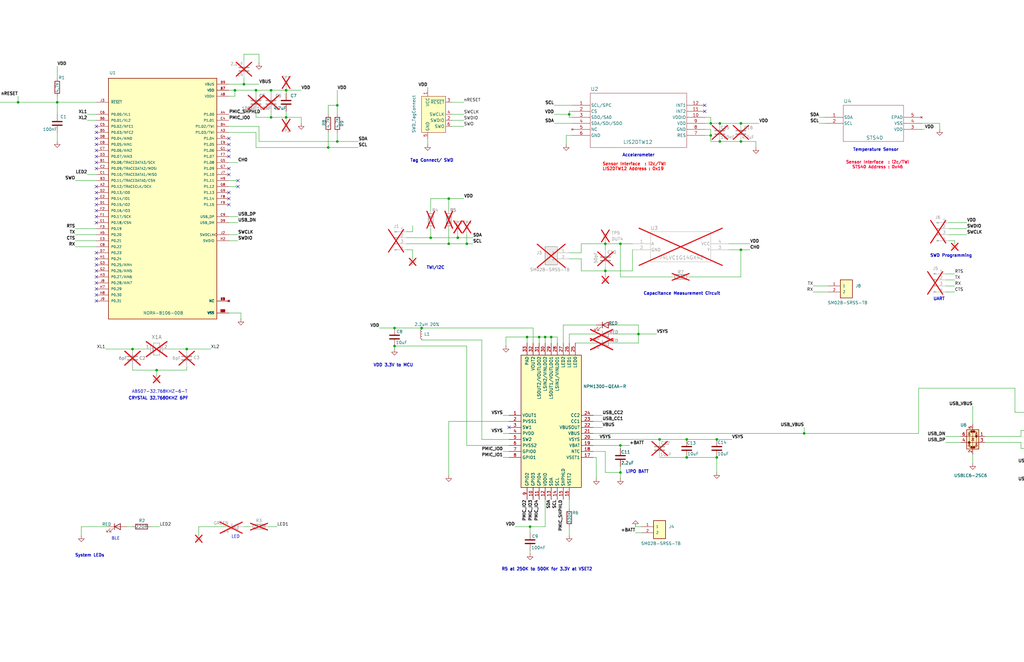
<source format=kicad_sch>
(kicad_sch (version 20231120) (generator "eeschema") (generator_version "8.0")
  (paper "B")
  (junction (at 289.56 185.42))
  (junction (at 440.69 218.44))
  (junction (at 439.42 181.61))
  (junction (at 255.27 114.3))
  (junction (at 227.33 142.24))
  (junction (at 299.72 52.07))
  (junction (at 440.69 213.36))
  (junction (at 138.43 62.23))
  (junction (at 78.74 147.32))
  (junction (at 440.69 223.52))
  (junction (at 339.09 182.88))
  (junction (at 114.3 49.53))
  (junction (at 189.23 83.82))
  (junction (at 261.62 199.39))
  (junction (at 166.37 146.05))
  (junction (at 440.69 173.99))
  (junction (at 193.04 100.33))
  (junction (at 261.62 102.87))
  (junction (at 177.8 138.43))
  (junction (at 196.85 102.87))
  (junction (at 181.61 100.33))
  (junction (at -20.32 43.18))
  (junction (at 302.26 185.42))
  (junction (at 302.26 193.04))
  (junction (at 24.13 43.18))
  (junction (at 312.42 52.07))
  (junction (at 440.69 189.23))
  (junction (at 299.72 57.15))
  (junction (at 312.42 59.69))
  (junction (at 120.65 49.53))
  (junction (at 142.24 59.69))
  (junction (at 222.25 142.24))
  (junction (at 289.56 193.04))
  (junction (at 223.52 222.25))
  (junction (at 7.62 43.18))
  (junction (at 66.04 156.21))
  (junction (at 303.53 59.69))
  (junction (at 255.27 102.87))
  (junction (at 229.87 142.24))
  (junction (at 269.24 140.97))
  (junction (at 102.87 35.56))
  (junction (at 189.23 102.87))
  (junction (at 99.06 38.1))
  (junction (at 440.69 220.98))
  (junction (at 120.65 38.1))
  (junction (at 312.42 105.41))
  (junction (at -1.27 43.18))
  (junction (at 114.3 38.1))
  (junction (at 166.37 138.43))
  (junction (at 303.53 52.07))
  (junction (at 261.62 187.96))
  (junction (at 107.95 38.1))
  (junction (at 440.69 226.06))
  (junction (at 278.13 185.42))
  (junction (at 142.24 44.45))
  (junction (at 240.03 48.26))
  (junction (at 232.41 142.24))
  (junction (at 55.88 147.32))
  (no_connect (at 96.52 60.96))
  (no_connect (at 40.64 60.96))
  (no_connect (at 443.23 198.12))
  (no_connect (at 40.64 127))
  (no_connect (at 40.64 91.44))
  (no_connect (at 96.52 63.5))
  (no_connect (at 40.64 68.58))
  (no_connect (at 40.64 71.12))
  (no_connect (at 96.52 86.36))
  (no_connect (at 40.64 93.98))
  (no_connect (at 443.23 205.74))
  (no_connect (at 40.64 58.42))
  (no_connect (at 40.64 55.88))
  (no_connect (at 40.64 88.9))
  (no_connect (at 40.64 124.46))
  (no_connect (at 40.64 78.74))
  (no_connect (at 40.64 63.5))
  (no_connect (at 40.64 121.92))
  (no_connect (at 40.64 114.3))
  (no_connect (at 297.18 46.99))
  (no_connect (at 100.33 78.74))
  (no_connect (at 214.63 180.34))
  (no_connect (at 96.52 83.82))
  (no_connect (at 40.64 116.84))
  (no_connect (at 40.64 66.04))
  (no_connect (at 40.64 53.34))
  (no_connect (at 297.18 44.45))
  (no_connect (at 40.64 111.76))
  (no_connect (at 96.52 71.12))
  (no_connect (at 96.52 58.42))
  (no_connect (at 40.64 81.28))
  (no_connect (at 96.52 81.28))
  (no_connect (at 100.33 76.2))
  (no_connect (at 96.52 73.66))
  (no_connect (at 40.64 86.36))
  (no_connect (at 96.52 66.04))
  (no_connect (at 40.64 119.38))
  (no_connect (at 40.64 83.82))
  (no_connect (at 40.64 109.22))
  (no_connect (at 40.64 106.68))
  (wire (pts (xy 440.69 182.88) (xy 440.69 189.23)))
  (wire (pts (xy 189.23 83.82) (xy 195.58 83.82)))
  (wire (pts (xy 255.27 199.39) (xy 261.62 199.39)))
  (wire (pts (xy 240.03 106.68) (xy 245.11 106.68)))
  (wire (pts (xy 303.53 59.69) (xy 312.42 59.69)))
  (wire (pts (xy 387.35 182.88) (xy 387.35 163.83)))
  (wire (pts (xy 410.21 171.45) (xy 410.21 179.07)))
  (wire (pts (xy 193.04 100.33) (xy 199.39 100.33)))
  (wire (pts (xy 261.62 116.84) (xy 283.21 116.84)))
  (wire (pts (xy 251.46 140.97) (xy 240.03 140.97)))
  (wire (pts (xy 34.29 222.25) (xy 34.29 226.06)))
  (wire (pts (xy 240.03 46.99) (xy 241.3 46.99)))
  (wire (pts (xy 120.65 49.53) (xy 127 49.53)))
  (wire (pts (xy 439.42 181.61) (xy 430.53 181.61)))
  (wire (pts (xy 120.65 38.1) (xy 120.65 39.37)))
  (wire (pts (xy 120.65 46.99) (xy 120.65 49.53)))
  (wire (pts (xy 440.69 218.44) (xy 440.69 220.98)))
  (wire (pts (xy 318.77 59.69) (xy 318.77 62.23)))
  (wire (pts (xy 342.9 123.19) (xy 349.25 123.19)))
  (wire (pts (xy 250.19 180.34) (xy 254 180.34)))
  (wire (pts (xy 233.68 52.07) (xy 241.3 52.07)))
  (wire (pts (xy 142.24 44.45) (xy 142.24 48.26)))
  (wire (pts (xy 339.09 182.88) (xy 387.35 182.88)))
  (wire (pts (xy 102.87 35.56) (xy 102.87 33.02)))
  (wire (pts (xy 213.36 142.24) (xy 222.25 142.24)))
  (wire (pts (xy 443.23 210.82) (xy 440.69 210.82)))
  (wire (pts (xy 259.08 144.78) (xy 269.24 144.78)))
  (wire (pts (xy 36.83 73.66) (xy 40.64 73.66)))
  (wire (pts (xy 101.6 132.08) (xy 101.6 134.62)))
  (wire (pts (xy 102.87 222.25) (xy 105.41 222.25)))
  (wire (pts (xy 237.49 137.16) (xy 251.46 137.16)))
  (wire (pts (xy 289.56 185.42) (xy 302.26 185.42)))
  (wire (pts (xy 339.09 180.34) (xy 339.09 182.88)))
  (wire (pts (xy 203.2 185.42) (xy 214.63 185.42)))
  (wire (pts (xy 96.52 68.58) (xy 100.33 68.58)))
  (wire (pts (xy 138.43 62.23) (xy 151.13 62.23)))
  (wire (pts (xy 114.3 49.53) (xy 120.65 49.53)))
  (wire (pts (xy 255.27 114.3) (xy 255.27 116.84)))
  (wire (pts (xy 142.24 38.1) (xy 142.24 44.45)))
  (wire (pts (xy 250.19 185.42) (xy 278.13 185.42)))
  (wire (pts (xy 212.09 190.5) (xy 214.63 190.5)))
  (wire (pts (xy 96.52 101.6) (xy 100.33 101.6)))
  (wire (pts (xy 440.69 190.5) (xy 443.23 190.5)))
  (wire (pts (xy 166.37 138.43) (xy 177.8 138.43)))
  (wire (pts (xy 171.45 97.79) (xy 173.99 97.79)))
  (wire (pts (xy 78.74 147.32) (xy 88.9 147.32)))
  (wire (pts (xy 107.95 46.99) (xy 107.95 49.53)))
  (wire (pts (xy 402.59 101.6) (xy 402.59 102.87)))
  (wire (pts (xy 245.11 114.3) (xy 255.27 114.3)))
  (wire (pts (xy 44.45 147.32) (xy 55.88 147.32)))
  (wire (pts (xy 96.52 53.34) (xy 109.22 53.34)))
  (wire (pts (xy 290.83 116.84) (xy 312.42 116.84)))
  (wire (pts (xy 240.03 210.82) (xy 240.03 214.63)))
  (wire (pts (xy 173.99 105.41) (xy 171.45 105.41)))
  (wire (pts (xy -1.27 44.45) (xy -6.35 44.45)))
  (wire (pts (xy 269.24 140.97) (xy 276.86 140.97)))
  (wire (pts (xy 96.52 40.64) (xy 99.06 40.64)))
  (wire (pts (xy 96.52 38.1) (xy 99.06 38.1)))
  (wire (pts (xy 289.56 193.04) (xy 302.26 193.04)))
  (wire (pts (xy 316.23 102.87) (xy 307.34 102.87)))
  (wire (pts (xy 430.53 184.15) (xy 430.53 181.61)))
  (wire (pts (xy 398.78 120.65) (xy 402.59 120.65)))
  (wire (pts (xy 63.5 222.25) (xy 67.31 222.25)))
  (wire (pts (xy 173.99 109.22) (xy 173.99 105.41)))
  (wire (pts (xy 229.87 142.24) (xy 227.33 142.24)))
  (wire (pts (xy 212.09 182.88) (xy 214.63 182.88)))
  (wire (pts (xy 297.18 52.07) (xy 299.72 52.07)))
  (wire (pts (xy -20.32 44.45) (xy -16.51 44.45)))
  (wire (pts (xy 31.75 76.2) (xy 40.64 76.2)))
  (wire (pts (xy 114.3 38.1) (xy 120.65 38.1)))
  (wire (pts (xy 96.52 55.88) (xy 107.95 55.88)))
  (wire (pts (xy 109.22 59.69) (xy 142.24 59.69)))
  (wire (pts (xy 114.3 49.53) (xy 114.3 46.99)))
  (wire (pts (xy 255.27 113.03) (xy 255.27 114.3)))
  (wire (pts (xy 240.03 49.53) (xy 240.03 48.26)))
  (wire (pts (xy 99.06 38.1) (xy 107.95 38.1)))
  (wire (pts (xy 173.99 97.79) (xy 173.99 95.25)))
  (wire (pts (xy 427.99 173.99) (xy 440.69 173.99)))
  (wire (pts (xy 193.04 99.06) (xy 193.04 100.33)))
  (wire (pts (xy 36.83 50.8) (xy 40.64 50.8)))
  (wire (pts (xy 312.42 105.41) (xy 316.23 105.41)))
  (wire (pts (xy 213.36 142.24) (xy 213.36 146.05)))
  (wire (pts (xy 177.8 138.43) (xy 224.79 138.43)))
  (wire (pts (xy 237.49 137.16) (xy 237.49 144.78)))
  (wire (pts (xy 102.87 35.56) (xy 109.22 35.56)))
  (wire (pts (xy 400.05 96.52) (xy 407.67 96.52)))
  (wire (pts (xy 212.09 193.04) (xy 214.63 193.04)))
  (wire (pts (xy 238.76 57.15) (xy 241.3 57.15)))
  (wire (pts (xy 245.11 109.22) (xy 245.11 114.3)))
  (wire (pts (xy 261.62 199.39) (xy 261.62 201.93)))
  (wire (pts (xy 196.85 99.06) (xy 196.85 102.87)))
  (wire (pts (xy 24.13 40.64) (xy 24.13 43.18)))
  (wire (pts (xy 189.23 102.87) (xy 196.85 102.87)))
  (wire (pts (xy 107.95 38.1) (xy 107.95 39.37)))
  (wire (pts (xy 171.45 102.87) (xy 189.23 102.87)))
  (wire (pts (xy -1.27 43.18) (xy 7.62 43.18)))
  (wire (pts (xy 443.23 182.88) (xy 440.69 182.88)))
  (wire (pts (xy 224.79 138.43) (xy 224.79 144.78)))
  (wire (pts (xy 312.42 105.41) (xy 307.34 105.41)))
  (wire (pts (xy 297.18 49.53) (xy 299.72 49.53)))
  (wire (pts (xy 240.03 48.26) (xy 240.03 46.99)))
  (wire (pts (xy 430.53 189.23) (xy 430.53 186.69)))
  (wire (pts (xy 166.37 146.05) (xy 166.37 147.32)))
  (wire (pts (xy -27.94 43.18) (xy -20.32 43.18)))
  (wire (pts (xy 250.19 193.04) (xy 251.46 193.04)))
  (wire (pts (xy 99.06 38.1) (xy 99.06 40.64)))
  (wire (pts (xy 113.03 222.25) (xy 116.84 222.25)))
  (wire (pts (xy 250.19 177.8) (xy 254 177.8)))
  (wire (pts (xy 107.95 38.1) (xy 114.3 38.1)))
  (wire (pts (xy 181.61 83.82) (xy 189.23 83.82)))
  (wire (pts (xy 269.24 137.16) (xy 269.24 140.97)))
  (wire (pts (xy 31.75 96.52) (xy 40.64 96.52)))
  (wire (pts (xy 109.22 26.67) (xy 109.22 22.86)))
  (wire (pts (xy 232.41 142.24) (xy 232.41 144.78)))
  (wire (pts (xy -1.27 41.91) (xy -1.27 43.18)))
  (wire (pts (xy 114.3 38.1) (xy 114.3 39.37)))
  (wire (pts (xy 342.9 120.65) (xy 349.25 120.65)))
  (wire (pts (xy 96.52 99.06) (xy 100.33 99.06)))
  (wire (pts (xy 189.23 96.52) (xy 189.23 102.87)))
  (wire (pts (xy 440.69 213.36) (xy 443.23 213.36)))
  (wire (pts (xy 229.87 142.24) (xy 229.87 144.78)))
  (wire (pts (xy 440.69 189.23) (xy 440.69 190.5)))
  (wire (pts (xy 223.52 233.68) (xy 223.52 232.41)))
  (wire (pts (xy 443.23 187.96) (xy 439.42 187.96)))
  (wire (pts (xy 96.52 76.2) (xy 100.33 76.2)))
  (wire (pts (xy 160.02 138.43) (xy 166.37 138.43)))
  (wire (pts (xy 31.75 104.14) (xy 40.64 104.14)))
  (wire (pts (xy 387.35 163.83) (xy 427.99 163.83)))
  (wire (pts (xy 267.97 224.79) (xy 270.51 224.79)))
  (wire (pts (xy 299.72 59.69) (xy 303.53 59.69)))
  (wire (pts (xy 180.34 58.42) (xy 180.34 60.96)))
  (wire (pts (xy 443.23 180.34) (xy 439.42 180.34)))
  (wire (pts (xy 255.27 114.3) (xy 266.7 114.3)))
  (wire (pts (xy 234.95 142.24) (xy 232.41 142.24)))
  (wire (pts (xy 303.53 52.07) (xy 312.42 52.07)))
  (wire (pts (xy 171.45 100.33) (xy 181.61 100.33)))
  (wire (pts (xy 259.08 137.16) (xy 269.24 137.16)))
  (wire (pts (xy 443.23 223.52) (xy 440.69 223.52)))
  (wire (pts (xy 261.62 102.87) (xy 261.62 116.84)))
  (wire (pts (xy 180.34 36.83) (xy 180.34 38.1)))
  (wire (pts (xy 443.23 218.44) (xy 440.69 218.44)))
  (wire (pts (xy 66.04 156.21) (xy 78.74 156.21)))
  (wire (pts (xy 71.12 147.32) (xy 78.74 147.32)))
  (wire (pts (xy 107.95 62.23) (xy 107.95 55.88)))
  (wire (pts (xy 302.26 193.04) (xy 302.26 199.39)))
  (wire (pts (xy 177.8 143.51) (xy 203.2 143.51)))
  (wire (pts (xy 142.24 55.88) (xy 142.24 59.69)))
  (wire (pts (xy 297.18 57.15) (xy 299.72 57.15)))
  (wire (pts (xy 55.88 147.32) (xy 60.96 147.32)))
  (wire (pts (xy 320.04 52.07) (xy 312.42 52.07)))
  (wire (pts (xy 266.7 114.3) (xy 266.7 105.41)))
  (wire (pts (xy 250.19 182.88) (xy 339.09 182.88)))
  (wire (pts (xy 83.82 222.25) (xy 83.82 226.06)))
  (wire (pts (xy 255.27 190.5) (xy 255.27 199.39)))
  (wire (pts (xy 443.23 172.72) (xy 440.69 172.72)))
  (wire (pts (xy 278.13 193.04) (xy 289.56 193.04)))
  (wire (pts (xy -1.27 43.18) (xy -1.27 44.45)))
  (wire (pts (xy 109.22 59.69) (xy 109.22 53.34)))
  (wire (pts (xy 233.68 44.45) (xy 241.3 44.45)))
  (wire (pts (xy 440.69 173.99) (xy 440.69 175.26)))
  (wire (pts (xy 181.61 88.9) (xy 181.61 83.82)))
  (wire (pts (xy 190.5 43.18) (xy 195.58 43.18)))
  (wire (pts (xy 440.69 223.52) (xy 440.69 226.06)))
  (wire (pts (xy 240.03 222.25) (xy 240.03 226.06)))
  (wire (pts (xy 203.2 143.51) (xy 203.2 185.42)))
  (wire (pts (xy 438.15 195.58) (xy 443.23 195.58)))
  (wire (pts (xy 278.13 185.42) (xy 289.56 185.42)))
  (wire (pts (xy -27.94 43.18) (xy -27.94 45.72)))
  (wire (pts (xy 189.23 83.82) (xy 189.23 88.9)))
  (wire (pts (xy 259.08 140.97) (xy 269.24 140.97)))
  (wire (pts (xy 312.42 59.69) (xy 318.77 59.69)))
  (wire (pts (xy 138.43 44.45) (xy 142.24 44.45)))
  (wire (pts (xy 299.72 59.69) (xy 299.72 57.15)))
  (wire (pts (xy 217.17 222.25) (xy 223.52 222.25)))
  (wire (pts (xy 36.83 48.26) (xy 40.64 48.26)))
  (wire (pts (xy 251.46 193.04) (xy 251.46 201.93)))
  (wire (pts (xy 440.69 210.82) (xy 440.69 213.36)))
  (wire (pts (xy 443.23 220.98) (xy 440.69 220.98)))
  (wire (pts (xy 398.78 118.11) (xy 402.59 118.11)))
  (wire (pts (xy 388.62 52.07) (xy 396.24 52.07)))
  (wire (pts (xy 127 38.1) (xy 120.65 38.1)))
  (wire (pts (xy 55.88 156.21) (xy 66.04 156.21)))
  (wire (pts (xy 24.13 55.88) (xy 24.13 59.69)))
  (wire (pts (xy 302.26 185.42) (xy 308.61 185.42)))
  (wire (pts (xy 107.95 49.53) (xy 114.3 49.53)))
  (wire (pts (xy 396.24 52.07) (xy 396.24 54.61)))
  (wire (pts (xy 250.19 187.96) (xy 261.62 187.96)))
  (wire (pts (xy 427.99 163.83) (xy 427.99 173.99)))
  (wire (pts (xy 261.62 187.96) (xy 261.62 189.23)))
  (wire (pts (xy 234.95 144.78) (xy 234.95 142.24)))
  (wire (pts (xy 400.05 101.6) (xy 402.59 101.6)))
  (wire (pts (xy 107.95 62.23) (xy 138.43 62.23)))
  (wire (pts (xy 312.42 116.84) (xy 312.42 105.41)))
  (wire (pts (xy 24.13 43.18) (xy 40.64 43.18)))
  (wire (pts (xy 269.24 144.78) (xy 269.24 140.97)))
  (wire (pts (xy 223.52 222.25) (xy 223.52 224.79)))
  (wire (pts (xy 232.41 142.24) (xy 229.87 142.24)))
  (wire (pts (xy 96.52 132.08) (xy 101.6 132.08)))
  (wire (pts (xy 189.23 177.8) (xy 189.23 200.66)))
  (wire (pts (xy 166.37 146.05) (xy 196.85 146.05)))
  (wire (pts (xy 400.05 93.98) (xy 407.67 93.98)))
  (wire (pts (xy 250.19 190.5) (xy 255.27 190.5)))
  (wire (pts (xy 229.87 210.82) (xy 229.87 222.25)))
  (wire (pts (xy 96.52 35.56) (xy 102.87 35.56)))
  (wire (pts (xy -20.32 43.18) (xy -20.32 44.45)))
  (wire (pts (xy 415.29 184.15) (xy 430.53 184.15)))
  (wire (pts (xy 190.5 48.26) (xy 195.58 48.26)))
  (wire (pts (xy 138.43 55.88) (xy 138.43 62.23)))
  (wire (pts (xy 24.13 43.18) (xy 24.13 48.26)))
  (wire (pts (xy 440.69 213.36) (xy 440.69 218.44)))
  (wire (pts (xy 405.13 184.15) (xy 398.78 184.15)))
  (wire (pts (xy 24.13 27.94) (xy 24.13 33.02)))
  (wire (pts (xy 233.68 48.26) (xy 240.03 48.26)))
  (wire (pts (xy 190.5 53.34) (xy 195.58 53.34)))
  (wire (pts (xy 299.72 54.61) (xy 299.72 57.15)))
  (wire (pts (xy 96.52 93.98) (xy 100.33 93.98)))
  (wire (pts (xy 83.82 222.25) (xy 95.25 222.25)))
  (wire (pts (xy -20.32 41.91) (xy -20.32 43.18)))
  (wire (pts (xy 190.5 50.8) (xy 195.58 50.8)))
  (wire (pts (xy 66.04 158.75) (xy 66.04 156.21)))
  (wire (pts (xy 96.52 78.74) (xy 100.33 78.74)))
  (wire (pts (xy 345.44 52.07) (xy 347.98 52.07)))
  (wire (pts (xy 142.24 59.69) (xy 151.13 59.69)))
  (wire (pts (xy 410.21 191.77) (xy 410.21 195.58)))
  (wire (pts (xy 440.69 226.06) (xy 440.69 229.87)))
  (wire (pts (xy 430.53 186.69) (xy 415.29 186.69)))
  (wire (pts (xy 53.34 222.25) (xy 55.88 222.25)))
  (wire (pts (xy 196.85 146.05) (xy 196.85 187.96)))
  (wire (pts (xy 255.27 105.41) (xy 255.27 102.87)))
  (wire (pts (xy 55.88 154.94) (xy 55.88 156.21)))
  (wire (pts (xy 240.03 109.22) (xy 245.11 109.22)))
  (wire (pts (xy 389.89 54.61) (xy 388.62 54.61)))
  (wire (pts (xy 299.72 54.61) (xy 297.18 54.61)))
  (wire (pts (xy 398.78 123.19) (xy 402.59 123.19)))
  (wire (pts (xy 212.09 175.26) (xy 214.63 175.26)))
  (wire (pts (xy 222.25 142.24) (xy 227.33 142.24)))
  (wire (pts (xy 102.87 22.86) (xy 102.87 25.4)))
  (wire (pts (xy 242.57 144.78) (xy 251.46 144.78)))
  (wire (pts (xy 405.13 186.69) (xy 398.78 186.69)))
  (wire (pts (xy 34.29 222.25) (xy 45.72 222.25)))
  (wire (pts (xy 109.22 22.86) (xy 102.87 22.86)))
  (wire (pts (xy 78.74 154.94) (xy 78.74 156.21)))
  (wire (pts (xy 138.43 48.26) (xy 138.43 44.45)))
  (wire (pts (xy 7.62 43.18) (xy 24.13 43.18)))
  (wire (pts (xy 96.52 91.44) (xy 100.33 91.44)))
  (wire (pts (xy 31.75 101.6) (xy 40.64 101.6)))
  (wire (pts (xy 245.11 106.68) (xy 245.11 102.87)))
  (wire (pts (xy 181.61 100.33) (xy 193.04 100.33)))
  (wire (pts (xy 440.69 226.06) (xy 443.23 226.06)))
  (wire (pts (xy 31.75 99.06) (xy 40.64 99.06)))
  (wire (pts (xy 189.23 177.8) (xy 214.63 177.8)))
  (wire (pts (xy 222.25 142.24) (xy 222.25 144.78)))
  (wire (pts (xy 345.44 49.53) (xy 347.98 49.53)))
  (wire (pts (xy -6.35 41.91) (xy -1.27 41.91)))
  (wire (pts (xy -16.51 41.91) (xy -20.32 41.91)))
  (wire (pts (xy 440.69 220.98) (xy 440.69 223.52)))
  (wire (pts (xy 440.69 189.23) (xy 430.53 189.23)))
  (wire (pts (xy 261.62 102.87) (xy 266.7 102.87)))
  (wire (pts (xy 181.61 96.52) (xy 181.61 100.33)))
  (wire (pts (xy 400.05 99.06) (xy 407.67 99.06)))
  (wire (pts (xy 299.72 49.53) (xy 299.72 52.07)))
  (wire (pts (xy 267.97 222.25) (xy 270.51 222.25)))
  (wire (pts (xy 299.72 52.07) (xy 303.53 52.07)))
  (wire (pts (xy 261.62 199.39) (xy 261.62 196.85)))
  (wire (pts (xy 241.3 49.53) (xy 240.03 49.53)))
  (wire (pts (xy 196.85 187.96) (xy 214.63 187.96)))
  (wire (pts (xy 227.33 142.24) (xy 227.33 144.78)))
  (wire (pts (xy 440.69 175.26) (xy 443.23 175.26)))
  (wire (pts (xy 245.11 102.87) (xy 255.27 102.87)))
  (wire (pts (xy 240.03 140.97) (xy 240.03 144.78)))
  (wire (pts (xy 398.78 115.57) (xy 402.59 115.57)))
  (wire (pts (xy 439.42 181.61) (xy 439.42 180.34)))
  (wire (pts (xy 261.62 187.96) (xy 265.43 187.96)))
  (wire (pts (xy 229.87 222.25) (xy 223.52 222.25)))
  (wire (pts (xy 127 49.53) (xy 127 52.07)))
  (wire (pts (xy 438.15 203.2) (xy 443.23 203.2)))
  (wire (pts (xy 7.62 40.64) (xy 7.62 43.18)))
  (wire (pts (xy 238.76 57.15) (xy 238.76 60.96)))
  (wire (pts (xy 440.69 172.72) (xy 440.69 173.99)))
  (wire (pts (xy 250.19 175.26) (xy 254 175.26)))
  (wire (pts (xy 255.27 102.87) (xy 261.62 102.87)))
  (wire (pts (xy 196.85 102.87) (xy 199.39 102.87)))
  (wire (pts (xy 439.42 187.96) (xy 439.42 181.61)))
  (text "SWD Programming\n" (at 401.066 107.95 0) (effects (font (size 1.27 1.27) (thickness 0.254) (bold yes))))
  (text "UART" (at 395.986 126.238 0) (effects (font (size 1.27 1.27) (thickness 0.254) (bold yes))))
  (text "Sensor Interface  : i2c/TWI\nSTS40 Address : 0x46" (at 370.078 69.596 0) (effects (font (size 1.27 1.27) (thickness 0.254) (bold yes))))
  (text "Sensor Interface  : i2c/TWI\nLIS2DTW12 Address : 0x19\n\n" (exclude_from_sim yes) (at 254 71.374 0) (effects (font (size 1.27 1.27) (thickness 0.254) (bold yes)) (justify left)))
  (text "LiPO BATT" (exclude_from_sim yes) (at 268.732 199.136 0) (effects (font (size 1.27 1.27) (thickness 0.254) (bold yes))))
  (text "LED\n" (at 99.314 226.568 0) (effects (font (size 1.27 1.27))))
  (text "BLE" (at 48.768 227.33 0) (effects (font (size 1.27 1.27))))
  (text "Tag Connect/ SWD\n\n" (at 182.118 68.834 0) (effects (font (size 1.27 1.27) (thickness 0.254) (bold yes))))
  (text "CRYSTAL 32.7680KHZ 6PF" (at 66.802 168.148 0) (effects (font (size 1.27 1.27) (thickness 0.254) (bold yes))))
  (text "Temperature Sensor\n" (at 369.316 63.246 0) (effects (font (size 1.27 1.27) (thickness 0.254) (bold yes))))
  (text "Capacitance Measurement Circuit" (at 287.528 123.952 0) (effects (font (size 1.27 1.27) (thickness 0.254) (bold yes))))
  (text "System LEDs" (at 37.846 234.442 0) (effects (font (size 1.27 1.27) (thickness 0.254) (bold yes))))
  (text "R5 at 250K to 500K for 3.3V at VSET2\n\n " (at 230.632 242.316 0) (effects (font (size 1.27 1.27) (thickness 0.254) (bold yes))))
  (text "Accelerometer" (at 269.24 65.532 0) (effects (font (size 1.27 1.27) (thickness 0.254) (bold yes))))
  (text "ABS07-32.768KHZ-6-T" (at 67.31 165.354 0) (effects (font (size 1.27 1.27) (thickness 0.1588))))
  (text "VDD 3.3V to MCU\n" (at 165.862 154.178 0) (effects (font (size 1.27 1.27) (thickness 0.254) (bold yes))))
  (text "TWI/I2C\n" (at 183.642 113.03 0) (effects (font (size 1.27 1.27) (thickness 0.254) (bold yes))))
  (label "RX" (at 402.59 120.65 0))
  (label "VBUS" (at 109.22 35.56 0) (effects (font (thickness 0.254) (bold yes))))
  (label "USB_DN" (at 100.33 93.98 0) (effects (font (thickness 0.254) (bold yes))))
  (label "LED2" (at 36.83 73.66 180) (effects (font (thickness 0.254) (bold yes))))
  (label "VDD" (at 407.67 93.98 0) (effects (font (thickness 0.254) (bold yes))))
  (label "USB_VBUS" (at 339.09 180.34 180) (effects (font (thickness 0.254) (bold yes))))
  (label "VBUS" (at 254 180.34 0) (effects (font (thickness 0.254) (bold yes))))
  (label "PMIC_IO0" (at 96.52 50.8 0) (effects (font (thickness 0.254) (bold yes))))
  (label "PMIC_SHPHLD" (at 96.52 48.26 0) (effects (font (thickness 0.254) (bold yes))))
  (label "nRESET" (at 7.62 40.64 180) (effects (font (thickness 0.254) (bold yes))))
  (label "SCL" (at 233.68 44.45 180) (effects (font (thickness 0.254) (bold yes))))
  (label "PMIC_SHPHLD" (at 237.49 210.82 270) (effects (font (thickness 0.254) (bold yes))))
  (label "XL1" (at 44.45 147.32 180))
  (label "VSYS" (at 212.09 175.26 180) (effects (font (thickness 0.254) (bold yes))))
  (label "SDA" (at 345.44 49.53 180) (effects (font (thickness 0.254) (bold yes))))
  (label "VDD" (at 24.13 27.94 0) (effects (font (thickness 0.254) (bold yes))))
  (label "USB_VBUS" (at 410.21 171.45 180) (effects (font (thickness 0.254) (bold yes))))
  (label "VSYS" (at 276.86 140.97 0) (effects (font (thickness 0.254) (bold yes))))
  (label "SWDIO" (at 100.33 101.6 0) (effects (font (thickness 0.254) (bold yes))))
  (label "XL2" (at 36.83 50.8 180) (effects (font (thickness 0.254) (bold yes))))
  (label "SCL" (at 345.44 52.07 180) (effects (font (thickness 0.254) (bold yes))))
  (label "TX" (at 342.9 120.65 180))
  (label "SWO" (at 195.58 53.34 0))
  (label "SCL" (at 151.13 62.23 0) (effects (font (thickness 0.254) (bold yes))))
  (label "SDA" (at 232.41 210.82 270) (effects (font (thickness 0.254) (bold yes))))
  (label "PMIC_IO2" (at 222.25 210.82 270) (effects (font (thickness 0.254) (bold yes))))
  (label "VDD" (at 389.89 54.61 0) (effects (font (thickness 0.254) (bold yes))))
  (label "LED2" (at 67.31 222.25 0))
  (label "PMIC_IO3" (at 224.79 210.82 270) (effects (font (thickness 0.254) (bold yes))))
  (label "SDA" (at 233.68 52.07 180) (effects (font (thickness 0.254) (bold yes))))
  (label "RTS" (at 402.59 115.57 0))
  (label "VDD" (at 195.58 83.82 0) (effects (font (thickness 0.254) (bold yes))))
  (label "RTS" (at 31.75 96.52 180) (effects (font (thickness 0.254) (bold yes))))
  (label "CTS" (at 31.75 101.6 180) (effects (font (thickness 0.254) (bold yes))))
  (label "SWDIO" (at 407.67 96.52 0) (effects (font (thickness 0.254) (bold yes))))
  (label "LED1" (at 116.84 222.25 0))
  (label "VSYS" (at 252.73 185.42 0) (effects (font (thickness 0.254) (bold yes))))
  (label "USB_DN" (at 398.78 184.15 180) (effects (font (thickness 0.254) (bold yes))))
  (label "XL1" (at 36.83 48.26 180) (effects (font (thickness 0.254) (bold yes))))
  (label "VDD" (at 217.17 222.25 180) (effects (font (thickness 0.254) (bold yes))))
  (label "SDA" (at 151.13 59.69 0) (effects (font (thickness 0.254) (bold yes))))
  (label "VDD" (at 316.23 102.87 0) (effects (font (thickness 0.254) (bold yes))))
  (label "SWCLK" (at 100.33 99.06 0) (effects (font (thickness 0.254) (bold yes))))
  (label "VDD" (at 127 38.1 0) (effects (font (thickness 0.254) (bold yes))))
  (label "VDD" (at 160.02 138.43 180) (effects (font (thickness 0.254) (bold yes))))
  (label "SCL" (at 234.95 210.82 270) (effects (font (thickness 0.254) (bold yes))))
  (label "USB_CC2" (at 438.15 203.2 180) (effects (font (thickness 0.254) (bold yes))))
  (label "+BATT" (at 265.43 187.96 0) (effects (font (thickness 0.254) (bold yes))))
  (label "PMIC_IO0" (at 212.09 190.5 180) (effects (font (thickness 0.254) (bold yes))))
  (label "USB_DP" (at 398.78 186.69 180) (effects (font (thickness 0.254) (bold yes))))
  (label "CTS" (at 402.59 123.19 0))
  (label "VDD" (at 233.68 48.26 180) (effects (font (thickness 0.254) (bold yes))))
  (label "PMIC_IO4" (at 227.33 210.82 270) (effects (font (thickness 0.254) (bold yes))))
  (label "nRESET" (at 195.58 43.18 0))
  (label "+BATT" (at 267.97 224.79 180) (effects (font (thickness 0.254) (bold yes))))
  (label "VDD" (at 320.04 52.07 0) (effects (font (thickness 0.254) (bold yes))))
  (label "CH0" (at 316.23 105.41 0) (effects (font (thickness 0.254) (bold yes))))
  (label "USB_CC1" (at 438.15 195.58 180) (effects (font (thickness 0.254) (bold yes))))
  (label "CH0" (at 100.33 68.58 0) (effects (font (thickness 0.254) (bold yes))))
  (label "TX" (at 31.75 99.06 180) (effects (font (thickness 0.254) (bold yes))))
  (label "SDA" (at 199.39 100.33 0) (effects (font (thickness 0.254) (bold yes))))
  (label "VDD" (at 142.24 38.1 0) (effects (font (thickness 0.254) (bold yes))))
  (label "USB_CC2" (at 254 175.26 0) (effects (font (thickness 0.254) (bold yes))))
  (label "SWCLK" (at 195.58 48.26 0))
  (label "USB_DP" (at 100.33 91.44 0) (effects (font (thickness 0.254) (bold yes))))
  (label "SCL" (at 199.39 102.87 0) (effects (font (thickness 0.254) (bold yes))))
  (label "RX" (at 31.75 104.14 180) (effects (font (thickness 0.254) (bold yes))))
  (label "SWO" (at 31.75 76.2 180) (effects (font (thickness 0.254) (bold yes))))
  (label "SWCLK" (at 407.67 99.06 0) (effects (font (thickness 0.254) (bold yes))))
  (label "SWDIO" (at 195.58 50.8 0))
  (label "VDD" (at 180.34 36.83 180) (effects (font (thickness 0.254) (bold yes))))
  (label "VSYS" (at 212.09 182.88 180) (effects (font (thickness 0.254) (bold yes))))
  (label "TX" (at 402.59 118.11 0))
  (label "USB_CC1" (at 254 177.8 0) (effects (font (thickness 0.254) (bold yes))))
  (label "XL2" (at 88.9 147.32 0))
  (label "RX" (at 342.9 123.19 180))
  (label "VSYS" (at 308.61 185.42 0) (effects (font (thickness 0.254) (bold yes))))
  (label "PMIC_IO1" (at 212.09 193.04 180) (effects (font (thickness 0.254) (bold yes))))
  (symbol (lib_id "power:GND") (at 166.37 147.32 0) (unit 1)
    (property "Reference" "#PWR09" (effects (hide yes)))
    (property "Value" "GND" (effects (hide yes)))
    (property "Description" "Power symbol creates a global label with name \"GND\" , ground" (effects (hide yes)))
  )
  (symbol (lib_id "Device:R") (at 59.69 222.25 90) (unit 1)
    (property "Reference" "R2" (at 61.214 219.71 90) (effects (justify left)))
    (property "Value" "220R" (at 62.23 222.25 90) (effects (justify left)))
    (property "Footprint" "Resistor_SMD:R_0603_1608Metric" (effects (hide yes)))
    (property "Description" "Resistor" (effects (hide yes)))
  )
  (symbol (lib_id "power:GND") (at 173.99 109.22 0) (unit 1) (on_board no) (dnp yes)
    (property "Reference" "#PWR010" (effects (hide yes)))
    (property "Value" "GND" (effects (hide yes)))
    (property "Description" "Power symbol creates a global label with name \"GND\" , ground" (effects (hide yes)))
  )
  (symbol (lib_id "Project_Work:UJ20-C-H-G-SMT-P16-TR") (at 455.93 193.04 0) (mirror y) (unit 1)
    (property "Reference" "J9" (at 455.93 165.1 0))
    (property "Value" "UJ20-C-H-G-SMT-P16-TR" (at 455.93 167.64 0))
    (property "Footprint" "Project_Work:SAMESKY_UJ20-C-H-G-SMT-P16-TR-USBC-FEMALE" (effects (hide yes)))
    (property "PARTREV" "1.0" (effects (hide yes)))
    (property "STANDARD" "Manufacturer Recommendations" (effects (hide yes)))
    (property "MAXIMUM_PACKAGE_HEIGHT" "3.36mm" (effects (hide yes)))
    (property "MANUFACTURER" "Same Sky" (effects (hide yes)))
  )
  (symbol (lib_id "Project_Work:NPM1300-QEAA-R") (at 214.63 175.26 0) (unit 1)
    (property "Reference" "IC1" (effects (hide yes)))
    (property "Value" "NPM1300-QEAA-R" (at 255.016 163.068 0))
    (property "Footprint" "Project_Work:NPM1300" (effects (hide yes)))
    (property "Datasheet" "https://infocenter.nordicsemi.com/index.jsp?topic=%2Fstruct_pmic%2Fstruct%2Fnpm1300.html" (effects (hide yes)))
    (property "Description" "Power Management IC (PMIC) with battery charging, accurate fuel gauging and advanced system management features." (effects (hide yes)))
    (property "Height" "0.9" (effects (hide yes)))
    (property "Manufacturer_Name" "Nordic Semiconductor" (effects (hide yes)))
    (property "Manufacturer_Part_Number" "NPM1300-QEAA-R" (effects (hide yes)))
    (property "Mouser Part Number" "949-NPM1300-QEAA-R" (effects (hide yes)))
    (property "Mouser Price/Stock" "https://www.mouser.co.uk/ProductDetail/Nordic-Semiconductor/nPM1300-QEAA-R?qs=3pZoU%2F6IRTiFavqFmjPoaw%3D%3D" (effects (hide yes)))
    (property "Arrow Part Number" "NPM1300-QEAA-R" (effects (hide yes)))
    (property "Arrow Price/Stock" "https://www.arrow.com/en/products/npm1300-qeaa-r/nordic-semiconductor?region=nac" (effects (hide yes)))
  )
  (symbol (lib_id "Connector:TestPoint") (at 255.27 102.87 0) (unit 1) (on_board no) (dnp yes)
    (property "Reference" "TP5" (at 257.81 98.2979 0) (effects (justify left)))
    (property "Value" "DUT4" (at 257.81 100.8379 0) (effects (justify left)))
    (property "Footprint" "TestPoint:TestPoint_Pad_1.0x1.0mm" (effects (hide yes)))
    (property "Description" "test point" (effects (hide yes)))
  )
  (symbol (lib_id "power:GND") (at 240.03 226.06 0) (unit 1)
    (property "Reference" "#PWR016" (effects (hide yes)))
    (property "Value" "GND" (effects (hide yes)))
    (property "Description" "Power symbol creates a global label with name \"GND\" , ground" (effects (hide yes)))
  )
  (symbol (lib_id "Project_Work:ABS07-32.768KHZ-6-T") (at 60.96 147.32 0) (unit 1) (on_board no) (dnp yes)
    (property "Reference" "X1" (at 66.04 142.24 0) (effects (font (size 1.524 1.524))))
    (property "Value" "ABS07-32.768KHZ-6-T" (effects (hide yes)))
    (property "Footprint" "Project_Work:XTAL_ABS07_ABR" (effects (hide yes)))
    (property "Datasheet" "ABS07-32.768KHZ-6-T" (effects (hide yes)))
  )
  (symbol (lib_id "Device:C") (at 78.74 151.13 0) (unit 1) (on_board no) (dnp yes)
    (property "Reference" "C3" (at 81.534 150.876 0) (effects (justify left)))
    (property "Value" "6pF" (at 72.644 151.13 0) (effects (justify left)))
    (property "Footprint" "Capacitor_SMD:C_0603_1608Metric" (effects (hide yes)))
    (property "Description" "Unpolarized capacitor" (effects (hide yes)))
  )
  (symbol (lib_id "power:GND") (at 410.21 195.58 0) (mirror y) (unit 1)
    (property "Reference" "#PWR027" (effects (hide yes)))
    (property "Value" "GND" (effects (hide yes)))
    (property "Description" "Power symbol creates a global label with name \"GND\" , ground" (effects (hide yes)))
  )
  (symbol (lib_id "power:GND") (at 180.34 60.96 0) (unit 1)
    (property "Reference" "#PWR011" (effects (hide yes)))
    (property "Value" "GND" (effects (hide yes)))
    (property "Description" "Power symbol creates a global label with name \"GND\" , ground" (effects (hide yes)))
  )
  (symbol (lib_id "Device:C") (at 107.95 43.18 0) (unit 1) (on_board no) (dnp yes)
    (property "Reference" "C5" (at 109.22 40.386 0) (effects (justify left)))
    (property "Value" "100nF" (at 101.854 45.72 0) (effects (justify left)))
    (property "Footprint" "Capacitor_SMD:C_0603_1608Metric" (effects (hide yes)))
    (property "Description" "Unpolarized capacitor" (effects (hide yes)))
  )
  (symbol (lib_id "Device:C") (at 261.62 193.04 0) (unit 1)
    (property "Reference" "C11" (at 261.874 190.754 0) (effects (justify left)))
    (property "Value" "2.2uF" (at 261.874 195.326 0) (effects (justify left)))
    (property "Footprint" "Capacitor_SMD:C_0603_1608Metric" (effects (hide yes)))
    (property "Description" "Unpolarized capacitor" (effects (hide yes)))
  )
  (symbol (lib_id "Connector:Conn_ARM_SWD_TagConnect_TC2030-NL") (at 182.88 48.26 0) (unit 1) (in_bom no)
    (property "Reference" "J2" (effects (hide yes)))
    (property "Value" "SWD_TagConnect" (at 174.498 40.132 90) (effects (justify right)))
    (property "Footprint" "Connector:Tag-Connect_TC2030-IDC-NL_2x03_P1.27mm_Vertical" (effects (hide yes)))
    (property "Datasheet" "https://www.tag-connect.com/wp-content/uploads/bsk-pdf-manager/TC2030-CTX_1.pdf" (effects (hide yes)))
    (property "Description" "Tag-Connect ARM Cortex SWD JTAG connector, 6 pin, no legs" (effects (hide yes)))
  )
  (symbol (lib_id "Device:C") (at 312.42 55.88 0) (unit 1) (on_board no) (dnp yes)
    (property "Reference" "C16" (at 313.69 53.848 0) (effects (justify left)))
    (property "Value" "4.7uF" (at 312.674 57.912 0) (effects (justify left)))
    (property "Footprint" "Capacitor_SMD:C_0603_1608Metric" (effects (hide yes)))
    (property "Description" "Unpolarized capacitor" (effects (hide yes)))
  )
  (symbol (lib_id "Project_Work:STS40-CD1B-R3") (at 347.98 49.53 0) (unit 1)
    (property "Reference" "U4" (at 357.378 42.672 0) (effects (font (size 1.524 1.524))))
    (property "Value" "STS40" (at 368.808 58.166 0) (effects (font (size 1.524 1.524))))
    (property "Footprint" "Project_Work:STS40" (effects (hide yes)))
    (property "Datasheet" "STS40-CD1B-R3" (effects (hide yes)))
  )
  (symbol (lib_id "power:GND") (at 127 52.07 0) (unit 1)
    (property "Reference" "#PWR08" (effects (hide yes)))
    (property "Value" "GND" (effects (hide yes)))
    (property "Description" "Power symbol creates a global label with name \"GND\" , ground" (effects (hide yes)))
  )
  (symbol (lib_id "Device:LED") (at 49.53 222.25 0) (unit 1)
    (property "Reference" "D1" (effects (hide yes)))
    (property "Value" "RED" (at 44.958 221.234 0))
    (property "Footprint" "LED_SMD:LED_0603_1608Metric" (effects (hide yes)))
    (property "Description" "Light emitting diode" (effects (hide yes)))
  )
  (symbol (lib_id "Connector:TestPoint") (at 193.04 99.06 0) (unit 1) (on_board no) (dnp yes)
    (property "Reference" "TP3" (at 193.04 93.98 0))
    (property "Value" "TestPoint" (effects (hide yes)))
    (property "Footprint" "TestPoint:TestPoint_Pad_D1.5mm" (effects (hide yes)))
    (property "Description" "test point" (effects (hide yes)))
  )
  (symbol (lib_id "Project_Work:SM02B-SRSS-TB_LF__SN_") (at 270.51 227.33 0) (unit 1)
    (property "Reference" "J4" (at 281.94 222.2499 0) (effects (justify left)))
    (property "Value" "SM02B-SRSS-TB" (at 270.256 229.362 0) (effects (justify left)))
    (property "Footprint" "Project_Work:SM02B-SRSS-TB" (effects (hide yes)))
    (property "Description" "SH Series 2 Position 1 mm Pitch Surface Mount Side Entry Shrouded Header" (effects (hide yes)))
    (property "MF" "JST Sales" (effects (hide yes)))
    (property "PACKAGE" "None" (effects (hide yes)))
    (property "PRICE" "0.23 USD" (effects (hide yes)))
    (property "Package" "None" (effects (hide yes)))
    (property "Check_prices" "https://www.snapeda.com/parts/SM02B-SRSS-TB(LF)(SN)/JST/view-part/?ref=eda" (effects (hide yes)))
    (property "Price" "None" (effects (hide yes)))
    (property "SnapEDA_Link" "https://www.snapeda.com/parts/SM02B-SRSS-TB(LF)(SN)/JST/view-part/?ref=snap" (effects (hide yes)))
    (property "MP" "SM02B-SRSS-TB(LF)(SN)" (effects (hide yes)))
    (property "Availability" "In Stock" (effects (hide yes)))
    (property "AVAILABILITY" "Good" (effects (hide yes)))
    (property "Description_1" "\n                        \n                            Connector Header Surface Mount, Right Angle 2 position 0.039 (1.00mm)\n                        \n" (effects (hide yes)))
  )
  (symbol (lib_id "power:GND") (at 396.24 54.61 0) (unit 1)
    (property "Reference" "#PWR024" (effects (hide yes)))
    (property "Value" "GND" (effects (hide yes)))
    (property "Description" "Power symbol creates a global label with name \"GND\" , ground" (effects (hide yes)))
  )
  (symbol (lib_id "Project_Work:SM02B-SRSS-TB_LF__SN_") (at 240.03 111.76 0) (mirror y) (unit 1) (on_board no) (dnp yes)
    (property "Reference" "J3" (at 228.6 106.6799 0) (effects (justify left)))
    (property "Value" "SM02B-SRSS-TB" (at 240.284 113.792 0) (effects (justify left)))
    (property "Footprint" "Project_Work:SM02B-SRSS-TB" (effects (hide yes)))
    (property "Description" "SH Series 2 Position 1 mm Pitch Surface Mount Side Entry Shrouded Header" (effects (hide yes)))
    (property "MF" "JST Sales" (effects (hide yes)))
    (property "PACKAGE" "None" (effects (hide yes)))
    (property "PRICE" "0.23 USD" (effects (hide yes)))
    (property "Package" "None" (effects (hide yes)))
    (property "Check_prices" "https://www.snapeda.com/parts/SM02B-SRSS-TB(LF)(SN)/JST/view-part/?ref=eda" (effects (hide yes)))
    (property "Price" "None" (effects (hide yes)))
    (property "SnapEDA_Link" "https://www.snapeda.com/parts/SM02B-SRSS-TB(LF)(SN)/JST/view-part/?ref=snap" (effects (hide yes)))
    (property "MP" "SM02B-SRSS-TB(LF)(SN)" (effects (hide yes)))
    (property "Availability" "In Stock" (effects (hide yes)))
    (property "AVAILABILITY" "Good" (effects (hide yes)))
    (property "Description_1" "\n                        \n                            Connector Header Surface Mount, Right Angle 2 position 0.039 (1.00mm)\n                        \n" (effects (hide yes)))
  )
  (symbol (lib_id "Connector:TestPoint") (at 196.85 99.06 0) (unit 1) (on_board no) (dnp yes)
    (property "Reference" "TP4" (at 197.104 93.98 0))
    (property "Value" "TestPoint" (effects (hide yes)))
    (property "Footprint" "TestPoint:TestPoint_Pad_D1.5mm" (effects (hide yes)))
    (property "Description" "test point" (effects (hide yes)))
  )
  (symbol (lib_id "Device:R") (at 287.02 116.84 90) (unit 1) (on_board no) (dnp yes)
    (property "Reference" "R7" (at 287.02 114.808 90))
    (property "Value" "200K" (at 286.766 116.84 90))
    (property "Footprint" "Resistor_SMD:R_0603_1608Metric" (effects (hide yes)))
    (property "Description" "Resistor" (effects (hide yes)))
  )
  (symbol (lib_id "power:GND") (at 101.6 134.62 0) (unit 1)
    (property "Reference" "#PWR06" (effects (hide yes)))
    (property "Value" "GND" (effects (hide yes)))
    (property "Description" "Power symbol creates a global label with name \"GND\" , ground" (effects (hide yes)))
  )
  (symbol (lib_id "power:GND") (at 251.46 201.93 0) (unit 1)
    (property "Reference" "#PWR017" (effects (hide yes)))
    (property "Value" "GND" (effects (hide yes)))
    (property "Description" "Power symbol creates a global label with name \"GND\" , ground" (effects (hide yes)))
  )
  (symbol (lib_id "power:GND") (at 255.27 116.84 0) (unit 1) (on_board no) (dnp yes)
    (property "Reference" "#PWR018" (effects (hide yes)))
    (property "Value" "GND" (effects (hide yes)))
    (property "Description" "Power symbol creates a global label with name \"GND\" , ground" (effects (hide yes)))
  )
  (symbol (lib_id "Device:L_Small") (at 177.8 140.97 180) (unit 1)
    (property "Reference" "L1" (at 178.816 140.97 0) (effects (justify right)))
    (property "Value" "2.2uH 20%" (at 174.752 136.906 0) (effects (justify right)))
    (property "Footprint" "Inductor_SMD:L_0603_1608Metric" (effects (hide yes)))
    (property "Description" "Inductor, small symbol" (effects (hide yes)))
  )
  (symbol (lib_id "Device:C") (at 114.3 43.18 0) (unit 1) (on_board no) (dnp yes)
    (property "Reference" "C6" (at 116.078 40.386 0) (effects (justify left)))
    (property "Value" "100nF" (at 108.204 45.72 0) (effects (justify left)))
    (property "Footprint" "Capacitor_SMD:C_0603_1608Metric" (effects (hide yes)))
    (property "Description" "Unpolarized capacitor" (effects (hide yes)))
  )
  (symbol (lib_id "Device:R") (at 138.43 52.07 180) (unit 1)
    (property "Reference" "R8" (at 136.6305 50.4419 90) (effects (justify left)))
    (property "Value" "4.7K" (at 138.43 49.53 90) (effects (justify left)))
    (property "Footprint" "Resistor_SMD:R_0603_1608Metric" (effects (hide yes)))
    (property "Description" "Resistor" (effects (hide yes)))
  )
  (symbol (lib_id "Device:R") (at 24.13 36.83 0) (unit 1)
    (property "Reference" "R1" (at 24.638 32.766 0) (effects (justify left)))
    (property "Value" "4.7K" (at 24.13 39.116 90) (effects (justify left)))
    (property "Footprint" "Resistor_SMD:R_0603_1608Metric" (effects (hide yes)))
    (property "Description" "Resistor" (effects (hide yes)))
  )
  (symbol (lib_id "Device:R") (at 240.03 218.44 0) (unit 1)
    (property "Reference" "R6" (at 241.3 216.408 0) (effects (justify left)))
    (property "Value" "330K" (at 240.03 220.98 90) (effects (justify left)))
    (property "Footprint" "Resistor_SMD:R_0603_1608Metric" (effects (hide yes)))
    (property "Description" "Resistor" (effects (hide yes)))
  )
  (symbol (lib_id "Device:C") (at 278.13 189.23 0) (unit 1) (on_board no) (dnp yes)
    (property "Reference" "C12" (at 278.638 186.944 0) (effects (justify left)))
    (property "Value" "10uF" (at 278.384 191.77 0) (effects (justify left)))
    (property "Footprint" "Capacitor_SMD:C_0603_1608Metric" (effects (hide yes)))
    (property "Description" "Unpolarized capacitor" (effects (hide yes)))
  )
  (symbol (lib_id "power:GND") (at 66.04 158.75 0) (unit 1) (on_board no) (dnp yes)
    (property "Reference" "#PWR04" (effects (hide yes)))
    (property "Value" "GND" (effects (hide yes)))
    (property "Description" "Power symbol creates a global label with name \"GND\" , ground" (effects (hide yes)))
  )
  (symbol (lib_id "power:GND") (at 267.97 222.25 180) (unit 1)
    (property "Reference" "#PWR020" (effects (hide yes)))
    (property "Value" "GND" (effects (hide yes)))
    (property "Description" "Power symbol creates a global label with name \"GND\" , ground" (effects (hide yes)))
  )
  (symbol (lib_id "Project_Work:LIS2DTW12") (at 241.3 44.45 0) (unit 1)
    (property "Reference" "U2" (at 250.698 37.592 0) (effects (font (size 1.524 1.524))))
    (property "Value" "LIS2DTW12" (at 268.986 59.944 0) (effects (font (size 1.524 1.524))))
    (property "Footprint" "Project_Work:LIS2DTW12_STM" (effects (hide yes)))
    (property "Datasheet" "LIS2DTW12" (effects (hide yes)))
  )
  (symbol (lib_id "power:GND") (at 34.29 226.06 0) (unit 1)
    (property "Reference" "#PWR03" (effects (hide yes)))
    (property "Value" "GND" (effects (hide yes)))
    (property "Description" "Power symbol creates a global label with name \"GND\" , ground" (effects (hide yes)))
  )
  (symbol (lib_id "Connector:Conn_01x04_Pin") (at 394.97 96.52 0) (unit 1) (on_board no) (dnp yes)
    (property "Reference" "J6" (at 395.478 91.694 0))
    (property "Value" "Conn_01x04_Pin" (effects (hide yes)))
    (property "Footprint" "Connector_PinHeader_2.54mm:PinHeader_1x04_P2.54mm_Vertical" (effects (hide yes)))
    (property "Description" "Generic connector, single row, 01x04, script generated" (effects (hide yes)))
  )
  (symbol (lib_id "power:GND") (at 83.82 226.06 0) (unit 1) (on_board no) (dnp yes)
    (property "Reference" "#PWR05" (effects (hide yes)))
    (property "Value" "GND" (effects (hide yes)))
    (property "Description" "Power symbol creates a global label with name \"GND\" , ground" (effects (hide yes)))
  )
  (symbol (lib_id "Device:LED") (at 255.27 144.78 0) (unit 1) (on_board no) (dnp yes)
    (property "Reference" "D5" (effects (hide yes)))
    (property "Value" "RED" (at 258.826 143.764 0))
    (property "Footprint" "LED_SMD:LED_0603_1608Metric" (effects (hide yes)))
    (property "Description" "Light emitting diode" (effects (hide yes)))
  )
  (symbol (lib_id "Device:C") (at 166.37 142.24 0) (unit 1)
    (property "Reference" "C8" (at 167.132 139.954 0) (effects (justify left)))
    (property "Value" "10uF" (at 166.878 144.526 0) (effects (justify left)))
    (property "Footprint" "Capacitor_SMD:C_0603_1608Metric" (effects (hide yes)))
    (property "Description" "Unpolarized capacitor" (effects (hide yes)))
  )
  (symbol (lib_id "power:GND") (at 223.52 233.68 0) (unit 1)
    (property "Reference" "#PWR014" (effects (hide yes)))
    (property "Value" "GND" (effects (hide yes)))
    (property "Description" "Power symbol creates a global label with name \"GND\" , ground" (effects (hide yes)))
  )
  (symbol (lib_id "Connector:Conn_01x04_Pin") (at 166.37 100.33 0) (unit 1) (on_board no) (dnp yes)
    (property "Reference" "J1" (at 167.132 95.504 0))
    (property "Value" "Conn_01x04_Pin" (effects (hide yes)))
    (property "Footprint" "Connector_PinHeader_2.54mm:PinHeader_1x04_P2.54mm_Vertical" (effects (hide yes)))
    (property "Description" "Generic connector, single row, 01x04, script generated" (effects (hide yes)))
  )
  (symbol (lib_id "Device:LED") (at 99.06 222.25 0) (unit 1) (on_board no) (dnp yes)
    (property "Reference" "D2" (effects (hide yes)))
    (property "Value" "GREEN" (at 93.218 220.726 0))
    (property "Footprint" "LED_SMD:LED_0603_1608Metric" (effects (hide yes)))
    (property "Description" "Light emitting diode" (effects (hide yes)))
  )
  (symbol (lib_id "power:GND") (at 302.26 199.39 0) (unit 1)
    (property "Reference" "#PWR021" (effects (hide yes)))
    (property "Value" "GND" (effects (hide yes)))
    (property "Description" "Power symbol creates a global label with name \"GND\" , ground" (effects (hide yes)))
  )
  (symbol (lib_id "Device:LED") (at 255.27 137.16 0) (unit 1)
    (property "Reference" "D3" (effects (hide yes)))
    (property "Value" "RED" (at 258.572 136.398 0))
    (property "Footprint" "LED_SMD:LED_0603_1608Metric" (effects (hide yes)))
    (property "Description" "Light emitting diode" (effects (hide yes)))
  )
  (symbol (lib_id "Device:C") (at 255.27 109.22 0) (unit 1) (on_board no) (dnp yes)
    (property "Reference" "C10" (at 256.032 106.426 0) (effects (justify left)))
    (property "Value" "50pF" (at 251.206 111.252 90) (effects (justify left)))
    (property "Footprint" "Capacitor_SMD:C_0603_1608Metric" (effects (hide yes)))
    (property "Description" "Unpolarized capacitor" (effects (hide yes)))
  )
  (symbol (lib_id "Device:R") (at 142.24 52.07 180) (unit 1)
    (property "Reference" "R9" (at 144.272 50.8 90) (effects (justify left)))
    (property "Value" "4.7K" (at 142.24 49.53 90) (effects (justify left)))
    (property "Footprint" "Resistor_SMD:R_0603_1608Metric" (effects (hide yes)))
    (property "Description" "Resistor" (effects (hide yes)))
  )
  (symbol (lib_id "power:GND") (at 189.23 200.66 0) (unit 1)
    (property "Reference" "#PWR012" (effects (hide yes)))
    (property "Value" "GND" (effects (hide yes)))
    (property "Description" "Power symbol creates a global label with name \"GND\" , ground" (effects (hide yes)))
  )
  (symbol (lib_id "Connector:TestPoint") (at 120.65 38.1 0) (unit 1) (on_board no) (dnp yes)
    (property "Reference" "TP1" (at 120.65 32.766 0))
    (property "Value" "TestPoint" (effects (hide yes)))
    (property "Footprint" "TestPoint:TestPoint_Pad_D1.5mm" (effects (hide yes)))
    (property "Description" "test point" (effects (hide yes)))
  )
  (symbol (lib_id "Project_Work:NORA-B106-00B") (at 68.58 83.82 0) (unit 1)
    (property "Reference" "U1" (at 47.498 30.734 0))
    (property "Value" "NORA-B106-00B" (at 68.834 132.08 0))
    (property "Footprint" "Project_Work:NORA-B106-00B" (effects (hide yes)))
    (property "MF" "U-Blox" (effects (hide yes)))
    (property "MAXIMUM_PACKAGE_HEIGHT" "1.8mm" (effects (hide yes)))
    (property "Package" "None" (effects (hide yes)))
    (property "Price" "None" (effects (hide yes)))
    (property "Check_prices" "https://www.snapeda.com/parts/NORA-B106-00B/u-blox/view-part/?ref=eda" (effects (hide yes)))
    (property "STANDARD" "Manufacturer Recommendations" (effects (hide yes)))
    (property "PARTREV" "R05" (effects (hide yes)))
    (property "SnapEDA_Link" "https://www.snapeda.com/parts/NORA-B106-00B/u-blox/view-part/?ref=snap" (effects (hide yes)))
    (property "MP" "NORA-B106-00B" (effects (hide yes)))
    (property "Description_1" "\n                        \n                            802.15.4, Bluetooth Bluetooth v5.2, Thread, Zigbee® Transceiver Module 2.4GHz Antenna Not Included Surface Mount\n                        \n" (effects (hide yes)))
    (property "Availability" "In Stock" (effects (hide yes)))
    (property "MANUFACTURER" "u-blox" (effects (hide yes)))
  )
  (symbol (lib_id "Device:LED") (at 255.27 140.97 0) (unit 1) (on_board no) (dnp yes)
    (property "Reference" "D4" (effects (hide yes)))
    (property "Value" "RED" (at 258.826 140.208 0))
    (property "Footprint" "LED_SMD:LED_0603_1608Metric" (effects (hide yes)))
    (property "Description" "Light emitting diode" (effects (hide yes)))
  )
  (symbol (lib_id "power:GND") (at 109.22 26.67 0) (unit 1)
    (property "Reference" "#PWR07" (effects (hide yes)))
    (property "Value" "GND" (effects (hide yes)))
    (property "Description" "Power symbol creates a global label with name \"GND\" , ground" (effects (hide yes)))
  )
  (symbol (lib_id "Project_Work:SM02B-SRSS-TB_LF__SN_") (at 349.25 125.73 0) (unit 1)
    (property "Reference" "J8" (at 360.68 120.6499 0) (effects (justify left)))
    (property "Value" "SM02B-SRSS-TB" (at 348.996 127.762 0) (effects (justify left)))
    (property "Footprint" "Project_Work:SM02B-SRSS-TB" (effects (hide yes)))
    (property "Description" "SH Series 2 Position 1 mm Pitch Surface Mount Side Entry Shrouded Header" (effects (hide yes)))
    (property "MF" "JST Sales" (effects (hide yes)))
    (property "PACKAGE" "None" (effects (hide yes)))
    (property "PRICE" "0.23 USD" (effects (hide yes)))
    (property "Package" "None" (effects (hide yes)))
    (property "Check_prices" "https://www.snapeda.com/parts/SM02B-SRSS-TB(LF)(SN)/JST/view-part/?ref=eda" (effects (hide yes)))
    (property "Price" "None" (effects (hide yes)))
    (property "SnapEDA_Link" "https://www.snapeda.com/parts/SM02B-SRSS-TB(LF)(SN)/JST/view-part/?ref=snap" (effects (hide yes)))
    (property "MP" "SM02B-SRSS-TB(LF)(SN)" (effects (hide yes)))
    (property "Availability" "In Stock" (effects (hide yes)))
    (property "AVAILABILITY" "Good" (effects (hide yes)))
    (property "Description_1" "\n                        \n                            Connector Header Surface Mount, Right Angle 2 position 0.039 (1.00mm)\n                        \n" (effects (hide yes)))
  )
  (symbol (lib_id "power:GND") (at 318.77 62.23 0) (unit 1)
    (property "Reference" "#PWR022" (effects (hide yes)))
    (property "Value" "GND" (effects (hide yes)))
    (property "Description" "Power symbol creates a global label with name \"GND\" , ground" (effects (hide yes)))
  )
  (symbol (lib_id "power:GND") (at 402.59 102.87 0) (unit 1) (on_board no) (dnp yes)
    (property "Reference" "#PWR025" (effects (hide yes)))
    (property "Value" "GND" (effects (hide yes)))
    (property "Description" "Power symbol creates a global label with name \"GND\" , ground" (effects (hide yes)))
  )
  (symbol (lib_id "Connector:TestPoint") (at 120.65 49.53 180) (unit 1) (on_board no) (dnp yes)
    (property "Reference" "TP2" (at 120.65 55.118 0))
    (property "Value" "TestPoint" (effects (hide yes)))
    (property "Footprint" "TestPoint:TestPoint_Pad_D1.5mm" (effects (hide yes)))
    (property "Description" "test point" (effects (hide yes)))
  )
  (symbol (lib_id "Device:C") (at 55.88 151.13 0) (unit 1) (on_board no) (dnp yes)
    (property "Reference" "C2" (at 58.674 151.13 0) (effects (justify left)))
    (property "Value" "6pF" (at 50.038 151.13 0) (effects (justify left)))
    (property "Footprint" "Capacitor_SMD:C_0603_1608Metric" (effects (hide yes)))
    (property "Description" "Unpolarized capacitor" (effects (hide yes)))
  )
  (symbol (lib_id "Device:C") (at 120.65 43.18 0) (unit 1)
    (property "Reference" "C7" (at 122.428 40.386 0) (effects (justify left)))
    (property "Value" "4.7uF" (at 115.316 45.72 0) (effects (justify left)))
    (property "Footprint" "Capacitor_SMD:C_0603_1608Metric" (effects (hide yes)))
    (property "Description" "Unpolarized capacitor" (effects (hide yes)))
  )
  (symbol (lib_id "Project_Work:74LVC1G14GX4Z") (at 266.7 102.87 0) (unit 1) (on_board no) (dnp yes)
    (property "Reference" "U3" (at 275.844 96.266 0) (effects (font (size 1.524 1.524))))
    (property "Value" "74LVC1G14GX4Z" (at 287.274 108.712 0) (effects (font (size 1.524 1.524))))
    (property "Footprint" "Project_Work:X2SON4XP6XP6_NEX" (effects (hide yes)))
    (property "Datasheet" "74LVC1G14GX4Z" (effects (hide yes)))
  )
  (symbol (lib_id "Device:C") (at 302.26 189.23 0) (unit 1)
    (property "Reference" "C14" (at 302.514 186.69 0) (effects (justify left)))
    (property "Value" "10uF" (at 302.514 191.516 0) (effects (justify left)))
    (property "Footprint" "Capacitor_SMD:C_0603_1608Metric" (effects (hide yes)))
    (property "Description" "Unpolarized capacitor" (effects (hide yes)))
  )
  (symbol (lib_id "Device:C") (at 303.53 55.88 0) (unit 1) (on_board no) (dnp yes)
    (property "Reference" "C15" (at 303.784 53.848 0) (effects (justify left)))
    (property "Value" "100nF" (at 303.784 57.912 0) (effects (justify left)))
    (property "Footprint" "Capacitor_SMD:C_0603_1608Metric" (effects (hide yes)))
    (property "Description" "Unpolarized capacitor" (effects (hide yes)))
  )
  (symbol (lib_id "Switch:SW_MEC_5E") (at -11.43 44.45 0) (unit 1)
    (property "Reference" "SW1" (at -11.684 36.83 0))
    (property "Value" "SW_MEC_5E" (effects (hide yes)))
    (property "Footprint" "Project_Work:SW4_PTS815 SJM 250 SMTR LFS_CNK" (effects (hide yes)))
    (property "Datasheet" "http://www.apem.com/int/index.php?controller=attachment&id_attachment=1371" (effects (hide yes)))
    (property "Description" "MEC 5E single pole normally-open tactile switch" (effects (hide yes)))
  )
  (symbol (lib_id "Device:C") (at 102.87 29.21 180) (unit 1) (on_board no) (dnp yes)
    (property "Reference" "C4" (at 102.616 31.496 0) (effects (justify left)))
    (property "Value" "2.2uF" (at 102.616 26.924 0) (effects (justify left)))
    (property "Footprint" "Capacitor_SMD:C_0603_1608Metric" (effects (hide yes)))
    (property "Description" "Unpolarized capacitor" (effects (hide yes)))
  )
  (symbol (lib_id "Device:R") (at 189.23 92.71 0) (unit 1) (on_board no) (dnp yes)
    (property "Reference" "R5" (at 189.738 88.646 0) (effects (justify left)))
    (property "Value" "4.7K" (at 189.23 94.996 90) (effects (justify left)))
    (property "Footprint" "Resistor_SMD:R_0603_1608Metric" (effects (hide yes)))
    (property "Description" "Resistor" (effects (hide yes)))
  )
  (symbol (lib_id "Device:R") (at 181.61 92.71 0) (unit 1) (on_board no) (dnp yes)
    (property "Reference" "R4" (at 182.118 88.646 0) (effects (justify left)))
    (property "Value" "4.7K" (at 181.61 94.996 90) (effects (justify left)))
    (property "Footprint" "Resistor_SMD:R_0603_1608Metric" (effects (hide yes)))
    (property "Description" "Resistor" (effects (hide yes)))
  )
  (symbol (lib_id "Device:R") (at 109.22 222.25 90) (unit 1) (on_board no) (dnp yes)
    (property "Reference" "R3" (at 110.49 219.71 90) (effects (justify left)))
    (property "Value" "220R" (at 111.76 222.25 90) (effects (justify left)))
    (property "Footprint" "Resistor_SMD:R_0603_1608Metric" (effects (hide yes)))
    (property "Description" "Resistor" (effects (hide yes)))
  )
  (symbol (lib_id "Device:C") (at 223.52 228.6 0) (unit 1)
    (property "Reference" "C9" (at 224.282 226.314 0) (effects (justify left)))
    (property "Value" "100nF" (at 224.028 231.14 0) (effects (justify left)))
    (property "Footprint" "Capacitor_SMD:C_0603_1608Metric" (effects (hide yes)))
    (property "Description" "Unpolarized capacitor" (effects (hide yes)))
  )
  (symbol (lib_id "power:GND") (at -27.94 45.72 0) (unit 1)
    (property "Reference" "#PWR01" (effects (hide yes)))
    (property "Value" "GND" (effects (hide yes)))
    (property "Description" "Power symbol creates a global label with name \"GND\" , ground" (effects (hide yes)))
  )
  (symbol (lib_id "power:GND") (at 261.62 201.93 0) (unit 1)
    (property "Reference" "#PWR019" (effects (hide yes)))
    (property "Value" "GND" (effects (hide yes)))
    (property "Description" "Power symbol creates a global label with name \"GND\" , ground" (effects (hide yes)))
  )
  (symbol (lib_id "power:GND") (at 238.76 60.96 0) (unit 1)
    (property "Reference" "#PWR015" (effects (hide yes)))
    (property "Value" "GND" (effects (hide yes)))
    (property "Description" "Power symbol creates a global label with name \"GND\" , ground" (effects (hide yes)))
  )
  (symbol (lib_id "Device:C") (at 289.56 189.23 0) (unit 1)
    (property "Reference" "C13" (at 289.56 186.944 0) (effects (justify left)))
    (property "Value" "10uF" (at 289.814 191.516 0) (effects (justify left)))
    (property "Footprint" "Capacitor_SMD:C_0603_1608Metric" (effects (hide yes)))
    (property "Description" "Unpolarized capacitor" (effects (hide yes)))
  )
  (symbol (lib_id "power:GND") (at 24.13 59.69 0) (unit 1)
    (property "Reference" "#PWR02" (effects (hide yes)))
    (property "Value" "GND" (effects (hide yes)))
    (property "Description" "Power symbol creates a global label with name \"GND\" , ground" (effects (hide yes)))
  )
  (symbol (lib_id "Power_Protection:USBLC6-2SC6") (at 410.21 184.15 0) (mirror y) (unit 1)
    (property "Reference" "U6" (at 407.67 179.324 0) (effects (justify left)))
    (property "Value" "USBLC6-2SC6" (at 416.306 200.66 0) (effects (justify left)))
    (property "Footprint" "Package_TO_SOT_SMD:SOT-23-6" (effects (hide yes)))
    (property "Datasheet" "https://www.st.com/resource/en/datasheet/usblc6-2.pdf" (effects (hide yes)))
    (property "Description" "Very low capacitance ESD protection diode, 2 data-line, SOT-23-6" (effects (hide yes)))
  )
  (symbol (lib_id "power:GND") (at 213.36 146.05 0) (unit 1)
    (property "Reference" "#PWR013" (effects (hide yes)))
    (property "Value" "GND" (effects (hide yes)))
    (property "Description" "Power symbol creates a global label with name \"GND\" , ground" (effects (hide yes)))
  )
  (symbol (lib_id "Device:C") (at 24.13 52.07 0) (unit 1)
    (property "Reference" "C1" (at 25.4 49.276 0) (effects (justify left)))
    (property "Value" "100nF" (at 18.034 54.61 0) (effects (justify left)))
    (property "Footprint" "Capacitor_SMD:C_0603_1608Metric" (effects (hide yes)))
    (property "Description" "Unpolarized capacitor" (effects (hide yes)))
  )
  (symbol (lib_id "Connector:Conn_01x04_Pin") (at 393.7 118.11 0) (unit 1) (on_board no) (dnp yes)
    (property "Reference" "J5" (at 394.462 113.284 0))
    (property "Value" "Conn_01x04_Pin" (effects (hide yes)))
    (property "Footprint" "Connector_PinHeader_2.54mm:PinHeader_1x04_P2.54mm_Vertical" (effects (hide yes)))
    (property "Description" "Generic connector, single row, 01x04, script generated" (effects (hide yes)))
  )
  (symbol (lib_id "power:GND") (at 440.69 229.87 0) (unit 1)
    (property "Reference" "#PWR023" (effects (hide yes)))
    (property "Value" "GND" (effects (hide yes)))
    (property "Description" "Power symbol creates a global label with name \"GND\" , ground" (effects (hide yes)))
  )
)
</source>
